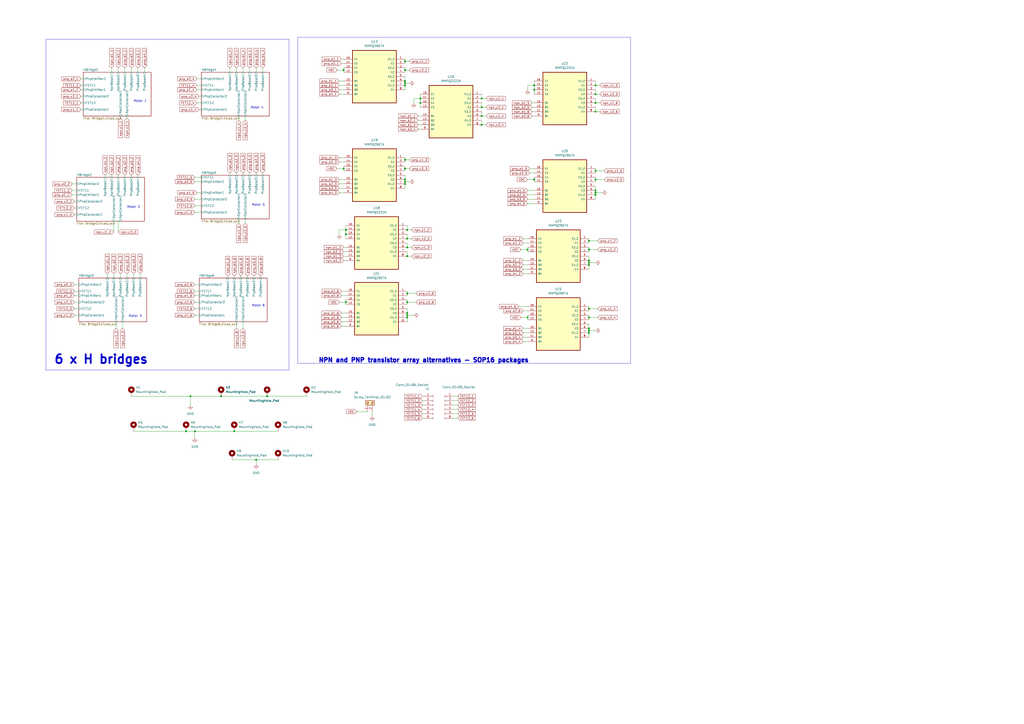
<source format=kicad_sch>
(kicad_sch (version 20250114) (generator "eeschema") (generator_version "9.0")
  (paper "A2")
  (rectangle (start 172.72 21.59) (end 365.76 210.82))
  (rectangle (start 26.67 22.86) (end 167.64 214.63))
  (text "Motor 5" (at 149.86 118.872 0) (effects (font (size 1.27 1.27))))
  (text "NPN and PNP transistor array alternatives - SOP16 packages" (at 184.658 209.042 0) (effects (font (size 2.54 2.54) (thickness 1.016) (bold yes)) (justify left)))
  (text "Motor 3" (at 78.486 183.388 0) (effects (font (size 1.27 1.27))))
  (text "Motor 1" (at 81.28 58.674 0) (effects (font (size 1.27 1.27))))
  (text "6 x H bridges" (at 58.674 208.534 0) (effects (font (size 5.08 5.08) (thickness 1.016) (bold yes))))
  (text "Motor 4" (at 149.098 62.484 0) (effects (font (size 1.27 1.27))))
  (text "Motor 2" (at 77.47 120.142 0) (effects (font (size 1.27 1.27))))
  (text "Motor 6" (at 149.86 177.292 0) (effects (font (size 1.27 1.27))))
  (junction (at 234.95 48.26))
  (junction (at 279.4 67.31))
  (junction (at 341.63 153.67))
  (junction (at 345.44 54.61))
  (junction (at 234.95 92.71))
  (junction (at 279.4 72.39))
  (junction (at 341.63 144.78))
  (junction (at 107.95 250.19))
  (junction (at 341.63 151.13))
  (junction (at 341.63 190.5))
  (junction (at 306.07 184.15))
  (junction (at 309.88 104.14))
  (junction (at 341.63 193.04))
  (junction (at 243.84 59.69))
  (junction (at 234.95 49.53))
  (junction (at 135.89 250.19))
  (junction (at 345.44 104.14))
  (junction (at 309.88 49.53))
  (junction (at 200.66 135.89))
  (junction (at 236.22 143.51))
  (junction (at 279.4 62.23))
  (junction (at 200.66 175.26))
  (junction (at 148.59 266.7))
  (junction (at 200.66 133.35))
  (junction (at 341.63 139.7))
  (junction (at 345.44 49.53))
  (junction (at 154.94 229.87))
  (junction (at 236.22 133.35))
  (junction (at 236.22 182.88))
  (junction (at 309.88 52.07))
  (junction (at 345.44 111.76))
  (junction (at 341.63 152.4))
  (junction (at 345.44 110.49))
  (junction (at 243.84 57.15))
  (junction (at 345.44 99.06))
  (junction (at 128.27 229.87))
  (junction (at 234.95 106.68))
  (junction (at 234.95 97.79))
  (junction (at 236.22 138.43))
  (junction (at 234.95 46.99))
  (junction (at 345.44 113.03))
  (junction (at 341.63 179.07))
  (junction (at 345.44 64.77))
  (junction (at 236.22 148.59))
  (junction (at 234.95 35.56))
  (junction (at 113.03 250.19))
  (junction (at 199.39 97.79))
  (junction (at 345.44 59.69))
  (junction (at 234.95 40.64))
  (junction (at 110.49 229.87))
  (junction (at 199.39 40.64))
  (junction (at 236.22 184.15))
  (junction (at 236.22 170.18))
  (junction (at 234.95 104.14))
  (junction (at 306.07 144.78))
  (junction (at 341.63 184.15))
  (junction (at 236.22 181.61))
  (junction (at 236.22 175.26))
  (junction (at 341.63 191.77))
  (junction (at 279.4 57.15))
  (junction (at 234.95 105.41))
  (wire (pts (xy 234.95 104.14) (xy 234.95 105.41)))
  (wire (pts (xy 113.03 119.38) (xy 116.84 119.38)))
  (wire (pts (xy 199.39 97.79) (xy 199.39 99.06)))
  (wire (pts (xy 279.4 59.69) (xy 279.4 62.23)))
  (wire (pts (xy 69.85 158.75) (xy 69.85 161.29)))
  (wire (pts (xy 67.31 186.69) (xy 67.31 190.5)))
  (wire (pts (xy 303.53 151.13) (xy 306.07 151.13)))
  (wire (pts (xy 113.03 250.19) (xy 135.89 250.19)))
  (wire (pts (xy 262.89 232.41) (xy 265.43 232.41)))
  (wire (pts (xy 73.66 158.75) (xy 73.66 161.29)))
  (wire (pts (xy 345.44 57.15) (xy 345.44 59.69)))
  (wire (pts (xy 236.22 135.89) (xy 236.22 138.43)))
  (wire (pts (xy 345.44 59.69) (xy 347.98 59.69)))
  (wire (pts (xy 303.53 180.34) (xy 306.07 180.34)))
  (wire (pts (xy 309.88 52.07) (xy 309.88 54.61)))
  (wire (pts (xy 68.58 101.6) (xy 68.58 102.87)))
  (wire (pts (xy 66.04 128.27) (xy 66.04 134.62)))
  (wire (pts (xy 43.18 165.1) (xy 45.72 165.1)))
  (wire (pts (xy 113.03 250.19) (xy 113.03 254)))
  (wire (pts (xy 341.63 184.15) (xy 341.63 185.42)))
  (wire (pts (xy 46.99 45.72) (xy 48.26 45.72)))
  (wire (pts (xy 234.95 105.41) (xy 237.49 105.41)))
  (wire (pts (xy 306.07 182.88) (xy 306.07 184.15)))
  (wire (pts (xy 234.95 46.99) (xy 234.95 48.26)))
  (wire (pts (xy 307.34 97.79) (xy 309.88 97.79)))
  (wire (pts (xy 341.63 152.4) (xy 345.44 152.4)))
  (wire (pts (xy 234.95 96.52) (xy 234.95 97.79)))
  (wire (pts (xy 345.44 49.53) (xy 347.98 49.53)))
  (wire (pts (xy 139.7 160.02) (xy 139.7 161.29)))
  (wire (pts (xy 43.18 168.91) (xy 45.72 168.91)))
  (wire (pts (xy 345.44 64.77) (xy 347.98 64.77)))
  (wire (pts (xy 143.51 160.02) (xy 143.51 161.29)))
  (wire (pts (xy 135.89 160.02) (xy 135.89 161.29)))
  (wire (pts (xy 243.84 59.69) (xy 243.84 62.23)))
  (wire (pts (xy 306.07 190.5) (xy 303.53 190.5)))
  (wire (pts (xy 234.95 101.6) (xy 234.95 104.14)))
  (wire (pts (xy 242.57 74.93) (xy 243.84 74.93)))
  (wire (pts (xy 236.22 170.18) (xy 236.22 171.45)))
  (wire (pts (xy 68.58 134.62) (xy 68.58 128.27)))
  (wire (pts (xy 133.35 39.37) (xy 133.35 41.91)))
  (wire (pts (xy 198.12 168.91) (xy 200.66 168.91)))
  (wire (pts (xy 199.39 104.14) (xy 196.85 104.14)))
  (wire (pts (xy 306.07 49.53) (xy 309.88 49.53)))
  (wire (pts (xy 345.44 111.76) (xy 345.44 113.03)))
  (wire (pts (xy 207.01 238.76) (xy 213.36 238.76)))
  (wire (pts (xy 245.11 229.87) (xy 246.38 229.87)))
  (wire (pts (xy 345.44 62.23) (xy 345.44 64.77)))
  (wire (pts (xy 199.39 106.68) (xy 196.85 106.68)))
  (wire (pts (xy 245.11 240.03) (xy 246.38 240.03)))
  (wire (pts (xy 262.89 237.49) (xy 265.43 237.49)))
  (wire (pts (xy 113.03 171.45) (xy 115.57 171.45)))
  (wire (pts (xy 234.95 97.79) (xy 237.49 97.79)))
  (wire (pts (xy 46.99 49.53) (xy 48.26 49.53)))
  (wire (pts (xy 60.96 101.6) (xy 60.96 102.87)))
  (wire (pts (xy 236.22 175.26) (xy 236.22 176.53)))
  (wire (pts (xy 234.95 48.26) (xy 237.49 48.26)))
  (wire (pts (xy 345.44 97.79) (xy 345.44 99.06)))
  (wire (pts (xy 303.53 138.43) (xy 306.07 138.43)))
  (wire (pts (xy 148.59 100.33) (xy 148.59 101.6)))
  (wire (pts (xy 236.22 143.51) (xy 238.76 143.51)))
  (wire (pts (xy 199.39 52.07) (xy 196.85 52.07)))
  (wire (pts (xy 345.44 107.95) (xy 345.44 110.49)))
  (wire (pts (xy 345.44 113.03) (xy 345.44 115.57)))
  (wire (pts (xy 198.12 171.45) (xy 200.66 171.45)))
  (wire (pts (xy 140.97 100.33) (xy 140.97 101.6)))
  (wire (pts (xy 306.07 198.12) (xy 303.53 198.12)))
  (wire (pts (xy 306.07 110.49) (xy 309.88 110.49)))
  (wire (pts (xy 234.95 39.37) (xy 234.95 40.64)))
  (wire (pts (xy 306.07 143.51) (xy 306.07 144.78)))
  (wire (pts (xy 262.89 229.87) (xy 265.43 229.87)))
  (wire (pts (xy 115.57 63.5) (xy 116.84 63.5)))
  (wire (pts (xy 234.95 48.26) (xy 234.95 49.53)))
  (wire (pts (xy 234.95 34.29) (xy 234.95 35.56)))
  (wire (pts (xy 302.26 144.78) (xy 306.07 144.78)))
  (wire (pts (xy 200.66 130.81) (xy 200.66 133.35)))
  (wire (pts (xy 309.88 102.87) (xy 309.88 104.14)))
  (wire (pts (xy 262.89 240.03) (xy 265.43 240.03)))
  (wire (pts (xy 308.61 62.23) (xy 309.88 62.23)))
  (wire (pts (xy 196.85 91.44) (xy 199.39 91.44)))
  (wire (pts (xy 308.61 67.31) (xy 309.88 67.31)))
  (wire (pts (xy 199.39 39.37) (xy 199.39 40.64)))
  (wire (pts (xy 341.63 148.59) (xy 341.63 151.13)))
  (wire (pts (xy 341.63 191.77) (xy 341.63 193.04)))
  (wire (pts (xy 242.57 67.31) (xy 243.84 67.31)))
  (wire (pts (xy 303.53 156.21) (xy 306.07 156.21)))
  (wire (pts (xy 341.63 153.67) (xy 341.63 156.21)))
  (wire (pts (xy 345.44 104.14) (xy 345.44 105.41)))
  (wire (pts (xy 137.16 100.33) (xy 137.16 101.6)))
  (wire (pts (xy 341.63 138.43) (xy 341.63 139.7)))
  (wire (pts (xy 308.61 64.77) (xy 309.88 64.77)))
  (wire (pts (xy 142.24 67.31) (xy 142.24 69.85)))
  (wire (pts (xy 132.08 160.02) (xy 132.08 161.29)))
  (wire (pts (xy 341.63 139.7) (xy 341.63 140.97)))
  (wire (pts (xy 137.16 39.37) (xy 137.16 41.91)))
  (wire (pts (xy 73.66 67.31) (xy 73.66 68.58)))
  (wire (pts (xy 113.03 175.26) (xy 115.57 175.26)))
  (wire (pts (xy 148.59 266.7) (xy 161.29 266.7)))
  (wire (pts (xy 128.27 229.87) (xy 154.94 229.87)))
  (wire (pts (xy 236.22 181.61) (xy 236.22 182.88)))
  (wire (pts (xy 81.28 158.75) (xy 81.28 161.29)))
  (wire (pts (xy 113.03 179.07) (xy 115.57 179.07)))
  (wire (pts (xy 306.07 115.57) (xy 309.88 115.57)))
  (wire (pts (xy 236.22 175.26) (xy 241.3 175.26)))
  (wire (pts (xy 199.39 143.51) (xy 200.66 143.51)))
  (wire (pts (xy 236.22 179.07) (xy 236.22 181.61)))
  (wire (pts (xy 83.82 39.37) (xy 83.82 41.91)))
  (wire (pts (xy 341.63 190.5) (xy 341.63 191.77)))
  (wire (pts (xy 77.47 250.19) (xy 107.95 250.19)))
  (wire (pts (xy 341.63 184.15) (xy 346.71 184.15)))
  (wire (pts (xy 43.18 120.65) (xy 44.45 120.65)))
  (wire (pts (xy 341.63 143.51) (xy 341.63 144.78)))
  (wire (pts (xy 303.53 153.67) (xy 306.07 153.67)))
  (wire (pts (xy 345.44 111.76) (xy 349.25 111.76)))
  (wire (pts (xy 152.4 100.33) (xy 152.4 101.6)))
  (wire (pts (xy 151.13 160.02) (xy 151.13 161.29)))
  (wire (pts (xy 199.39 146.05) (xy 200.66 146.05)))
  (wire (pts (xy 66.04 158.75) (xy 66.04 161.29)))
  (wire (pts (xy 240.03 59.69) (xy 240.03 57.15)))
  (wire (pts (xy 341.63 191.77) (xy 345.44 191.77)))
  (wire (pts (xy 64.77 39.37) (xy 64.77 41.91)))
  (wire (pts (xy 265.43 234.95) (xy 262.89 234.95)))
  (wire (pts (xy 245.11 237.49) (xy 246.38 237.49)))
  (wire (pts (xy 198.12 181.61) (xy 200.66 181.61)))
  (wire (pts (xy 137.16 186.69) (xy 137.16 190.5)))
  (wire (pts (xy 306.07 104.14) (xy 309.88 104.14)))
  (wire (pts (xy 115.57 55.88) (xy 116.84 55.88)))
  (wire (pts (xy 234.95 91.44) (xy 234.95 92.71)))
  (wire (pts (xy 309.88 46.99) (xy 309.88 49.53)))
  (wire (pts (xy 236.22 168.91) (xy 236.22 170.18)))
  (wire (pts (xy 306.07 193.04) (xy 303.53 193.04)))
  (wire (pts (xy 345.44 46.99) (xy 345.44 49.53)))
  (wire (pts (xy 243.84 57.15) (xy 243.84 59.69)))
  (wire (pts (xy 199.39 109.22) (xy 196.85 109.22)))
  (wire (pts (xy 341.63 151.13) (xy 341.63 152.4)))
  (wire (pts (xy 76.2 39.37) (xy 76.2 41.91)))
  (wire (pts (xy 71.12 186.69) (xy 71.12 190.5)))
  (wire (pts (xy 309.88 104.14) (xy 309.88 105.41)))
  (wire (pts (xy 279.4 67.31) (xy 281.94 67.31)))
  (wire (pts (xy 306.07 52.07) (xy 306.07 49.53)))
  (wire (pts (xy 41.91 110.49) (xy 44.45 110.49)))
  (wire (pts (xy 148.59 266.7) (xy 148.59 269.24)))
  (wire (pts (xy 198.12 34.29) (xy 199.39 34.29)))
  (wire (pts (xy 345.44 99.06) (xy 345.44 100.33)))
  (wire (pts (xy 200.66 175.26) (xy 200.66 176.53)))
  (wire (pts (xy 140.97 190.5) (xy 140.97 186.69)))
  (wire (pts (xy 77.47 158.75) (xy 77.47 161.29)))
  (wire (pts (xy 236.22 184.15) (xy 236.22 186.69)))
  (wire (pts (xy 144.78 100.33) (xy 144.78 101.6)))
  (wire (pts (xy 113.03 115.57) (xy 116.84 115.57)))
  (wire (pts (xy 138.43 127) (xy 138.43 129.54)))
  (wire (pts (xy 76.2 229.87) (xy 110.49 229.87)))
  (wire (pts (xy 43.18 175.26) (xy 45.72 175.26)))
  (wire (pts (xy 80.01 39.37) (xy 80.01 41.91)))
  (wire (pts (xy 199.39 49.53) (xy 196.85 49.53)))
  (wire (pts (xy 196.85 93.98) (xy 199.39 93.98)))
  (wire (pts (xy 199.39 151.13) (xy 200.66 151.13)))
  (wire (pts (xy 196.85 135.89) (xy 196.85 133.35)))
  (wire (pts (xy 69.85 67.31) (xy 69.85 68.58)))
  (wire (pts (xy 113.03 123.19) (xy 116.84 123.19)))
  (wire (pts (xy 306.07 144.78) (xy 306.07 146.05)))
  (wire (pts (xy 279.4 57.15) (xy 281.94 57.15)))
  (wire (pts (xy 303.53 140.97) (xy 306.07 140.97)))
  (wire (pts (xy 279.4 62.23) (xy 281.94 62.23)))
  (wire (pts (xy 154.94 229.87) (xy 177.8 229.87)))
  (wire (pts (xy 234.95 105.41) (xy 234.95 106.68)))
  (wire (pts (xy 245.11 234.95) (xy 246.38 234.95)))
  (wire (pts (xy 43.18 124.46) (xy 44.45 124.46)))
  (wire (pts (xy 236.22 173.99) (xy 236.22 175.26)))
  (wire (pts (xy 279.4 72.39) (xy 281.94 72.39)))
  (wire (pts (xy 135.89 250.19) (xy 161.29 250.19)))
  (wire (pts (xy 234.95 40.64) (xy 237.49 40.64)))
  (wire (pts (xy 196.85 175.26) (xy 200.66 175.26)))
  (wire (pts (xy 64.77 101.6) (xy 64.77 102.87)))
  (wire (pts (xy 279.4 69.85) (xy 279.4 72.39)))
  (wire (pts (xy 234.95 97.79) (xy 234.95 99.06)))
  (wire (pts (xy 196.85 133.35) (xy 200.66 133.35)))
  (wire (pts (xy 142.24 127) (xy 142.24 129.54)))
  (wire (pts (xy 234.95 106.68) (xy 234.95 109.22)))
  (wire (pts (xy 236.22 138.43) (xy 238.76 138.43)))
  (wire (pts (xy 236.22 182.88) (xy 240.03 182.88)))
  (wire (pts (xy 309.88 49.53) (xy 309.88 52.07)))
  (wire (pts (xy 303.53 158.75) (xy 306.07 158.75)))
  (wire (pts (xy 341.63 179.07) (xy 346.71 179.07)))
  (wire (pts (xy 234.95 40.64) (xy 234.95 41.91)))
  (wire (pts (xy 114.3 59.69) (xy 116.84 59.69)))
  (wire (pts (xy 234.95 44.45) (xy 234.95 46.99)))
  (wire (pts (xy 234.95 49.53) (xy 234.95 52.07)))
  (wire (pts (xy 243.84 54.61) (xy 243.84 57.15)))
  (wire (pts (xy 236.22 182.88) (xy 236.22 184.15)))
  (wire (pts (xy 195.58 40.64) (xy 199.39 40.64)))
  (wire (pts (xy 46.99 59.69) (xy 48.26 59.69)))
  (wire (pts (xy 148.59 39.37) (xy 148.59 41.91)))
  (wire (pts (xy 43.18 179.07) (xy 45.72 179.07)))
  (wire (pts (xy 107.95 250.19) (xy 113.03 250.19)))
  (wire (pts (xy 215.9 241.3) (xy 215.9 238.76)))
  (wire (pts (xy 308.61 59.69) (xy 309.88 59.69)))
  (wire (pts (xy 198.12 36.83) (xy 199.39 36.83)))
  (wire (pts (xy 345.44 99.06) (xy 350.52 99.06)))
  (wire (pts (xy 199.39 148.59) (xy 200.66 148.59)))
  (wire (pts (xy 236.22 133.35) (xy 238.76 133.35)))
  (wire (pts (xy 114.3 111.76) (xy 116.84 111.76)))
  (wire (pts (xy 306.07 184.15) (xy 306.07 185.42)))
  (wire (pts (xy 198.12 186.69) (xy 200.66 186.69)))
  (wire (pts (xy 68.58 128.27) (xy 69.85 128.27)))
  (wire (pts (xy 114.3 52.07) (xy 116.84 52.07)))
  (wire (pts (xy 240.03 57.15) (xy 243.84 57.15)))
  (wire (pts (xy 306.07 113.03) (xy 309.88 113.03)))
  (wire (pts (xy 198.12 189.23) (xy 200.66 189.23)))
  (wire (pts (xy 236.22 140.97) (xy 236.22 143.51)))
  (wire (pts (xy 341.63 139.7) (xy 346.71 139.7)))
  (wire (pts (xy 236.22 170.18) (xy 241.3 170.18)))
  (wire (pts (xy 341.63 182.88) (xy 341.63 184.15)))
  (wire (pts (xy 113.03 105.41) (xy 116.84 105.41)))
  (wire (pts (xy 138.43 67.31) (xy 138.43 69.85)))
  (wire (pts (xy 144.78 39.37) (xy 144.78 41.91)))
  (wire (pts (xy 279.4 54.61) (xy 279.4 57.15)))
  (wire (pts (xy 345.44 110.49) (xy 345.44 111.76)))
  (wire (pts (xy 199.39 40.64) (xy 199.39 41.91)))
  (wire (pts (xy 341.63 193.04) (xy 341.63 195.58)))
  (wire (pts (xy 262.89 242.57) (xy 265.43 242.57)))
  (wire (pts (xy 345.44 52.07) (xy 345.44 54.61)))
  (wire (pts (xy 199.39 54.61) (xy 196.85 54.61)))
  (wire (pts (xy 43.18 182.88) (xy 45.72 182.88)))
  (wire (pts (xy 134.62 266.7) (xy 148.59 266.7)))
  (wire (pts (xy 198.12 184.15) (xy 200.66 184.15)))
  (wire (pts (xy 341.63 144.78) (xy 341.63 146.05)))
  (wire (pts (xy 68.58 39.37) (xy 68.58 41.91)))
  (wire (pts (xy 114.3 45.72) (xy 116.84 45.72)))
  (wire (pts (xy 113.03 102.87) (xy 116.84 102.87)))
  (wire (pts (xy 199.39 46.99) (xy 196.85 46.99)))
  (wire (pts (xy 345.44 54.61) (xy 347.98 54.61)))
  (wire (pts (xy 72.39 39.37) (xy 72.39 41.91)))
  (wire (pts (xy 234.95 35.56) (xy 237.49 35.56)))
  (wire (pts (xy 110.49 229.87) (xy 110.49 234.95)))
  (wire (pts (xy 341.63 177.8) (xy 341.63 179.07)))
  (wire (pts (xy 279.4 64.77) (xy 279.4 67.31)))
  (wire (pts (xy 46.99 63.5) (xy 48.26 63.5)))
  (wire (pts (xy 113.03 165.1) (xy 115.57 165.1)))
  (wire (pts (xy 195.58 97.79) (xy 199.39 97.79)))
  (wire (pts (xy 200.66 173.99) (xy 200.66 175.26)))
  (wire (pts (xy 242.57 72.39) (xy 243.84 72.39)))
  (wire (pts (xy 341.63 152.4) (xy 341.63 153.67)))
  (wire (pts (xy 307.34 100.33) (xy 309.88 100.33)))
  (wire (pts (xy 245.11 232.41) (xy 246.38 232.41)))
  (wire (pts (xy 43.18 116.84) (xy 44.45 116.84)))
  (wire (pts (xy 46.99 52.07) (xy 48.26 52.07)))
  (wire (pts (xy 341.63 179.07) (xy 341.63 180.34)))
  (wire (pts (xy 302.26 184.15) (xy 306.07 184.15)))
  (wire (pts (xy 152.4 39.37) (xy 152.4 41.91)))
  (wire (pts (xy 345.44 104.14) (xy 350.52 104.14)))
  (wire (pts (xy 245.11 242.57) (xy 246.38 242.57)))
  (wire (pts (xy 234.95 92.71) (xy 234.95 93.98)))
  (wire (pts (xy 62.23 158.75) (xy 62.23 161.29)))
  (wire (pts (xy 234.95 92.71) (xy 237.49 92.71)))
  (wire (pts (xy 72.39 101.6) (xy 72.39 102.87)))
  (wire (pts (xy 133.35 100.33) (xy 133.35 101.6)))
  (wire (pts (xy 76.2 101.6) (xy 76.2 102.87)))
  (wire (pts (xy 300.99 177.8) (xy 306.07 177.8)))
  (wire (pts (xy 341.63 187.96) (xy 341.63 190.5)))
  (wire (pts (xy 41.91 113.03) (xy 44.45 113.03)))
  (wire (pts (xy 345.44 102.87) (xy 345.44 104.14)))
  (wire (pts (xy 43.18 171.45) (xy 45.72 171.45)))
  (wire (pts (xy 306.07 118.11) (xy 309.88 118.11)))
  (wire (pts (xy 114.3 49.53) (xy 116.84 49.53)))
  (wire (pts (xy 113.03 182.88) (xy 115.57 182.88)))
  (wire (pts (xy 200.66 133.35) (xy 200.66 135.89)))
  (wire (pts (xy 236.22 148.59) (xy 238.76 148.59)))
  (wire (pts (xy 242.57 69.85) (xy 243.84 69.85)))
  (wire (pts (xy 199.39 111.76) (xy 196.85 111.76)))
  (wire (pts (xy 234.95 35.56) (xy 234.95 36.83)))
  (wire (pts (xy 113.03 168.91) (xy 115.57 168.91)))
  (wire (pts (xy 41.91 106.68) (xy 44.45 106.68)))
  (wire (pts (xy 46.99 55.88) (xy 48.26 55.88)))
  (wire (pts (xy 199.39 96.52) (xy 199.39 97.79)))
  (wire (pts (xy 341.63 144.78) (xy 346.71 144.78)))
  (wire (pts (xy 236.22 146.05) (xy 236.22 148.59)))
  (wire (pts (xy 236.22 130.81) (xy 236.22 133.35)))
  (wire (pts (xy 200.66 135.89) (xy 200.66 138.43)))
  (wire (pts (xy 110.49 229.87) (xy 128.27 229.87)))
  (wire (pts (xy 80.01 101.6) (xy 80.01 102.87)))
  (wire (pts (xy 140.97 39.37) (xy 140.97 41.91)))
  (wire (pts (xy 306.07 195.58) (xy 303.53 195.58)))
  (wire (pts (xy 147.32 160.02) (xy 147.32 161.29)))
  (global_label "pnp_b3_4" (shape input) (at 148.59 39.37 90) (property "Intersheetrefs" "${INTERSHEET_REFS}" (effects (hide yes))))
  (global_label "FET11_2" (shape input) (at 245.11 232.41 180) (property "Intersheetrefs" "${INTERSHEET_REFS}" (effects (hide yes))))
  (global_label "npn_c2_1" (shape input) (at 73.66 68.58 270) (property "Intersheetrefs" "${INTERSHEET_REFS}" (effects (hide yes))))
  (global_label "npn_c2_3" (shape input) (at 238.76 148.59 0) (property "Intersheetrefs" "${INTERSHEET_REFS}" (effects (hide yes))))
  (global_label "pnp_e2_4" (shape input) (at 114.3 45.72 180) (property "Intersheetrefs" "${INTERSHEET_REFS}" (effects (hide yes))))
  (global_label "npn_b1_3" (shape input) (at 62.23 158.75 90) (property "Intersheetrefs" "${INTERSHEET_REFS}" (effects (hide yes))))
  (global_label "pnp_e1_1" (shape input) (at 198.12 34.29 180) (property "Intersheetrefs" "${INTERSHEET_REFS}" (effects (hide yes))))
  (global_label "pnp_b1_4" (shape input) (at 140.97 39.37 90) (property "Intersheetrefs" "${INTERSHEET_REFS}" (effects (hide yes))))
  (global_label "FET11_3" (shape input) (at 43.18 168.91 180) (property "Intersheetrefs" "${INTERSHEET_REFS}" (effects (hide yes))))
  (global_label "FET12_4" (shape input) (at 114.3 59.69 180) (property "Intersheetrefs" "${INTERSHEET_REFS}" (effects (hide yes))))
  (global_label "FET11_2" (shape input) (at 41.91 110.49 180) (property "Intersheetrefs" "${INTERSHEET_REFS}" (effects (hide yes))))
  (global_label "npn_b1_1" (shape input) (at 64.77 39.37 90) (property "Intersheetrefs" "${INTERSHEET_REFS}" (effects (hide yes))))
  (global_label "pnp_b4_2" (shape input) (at 303.53 158.75 180) (property "Intersheetrefs" "${INTERSHEET_REFS}" (effects (hide yes))))
  (global_label "pnp_e2_1" (shape input) (at 198.12 36.83 180) (property "Intersheetrefs" "${INTERSHEET_REFS}" (effects (hide yes))))
  (global_label "pnp_b3_3" (shape input) (at 77.47 158.75 90) (property "Intersheetrefs" "${INTERSHEET_REFS}" (effects (hide yes))))
  (global_label "FET12_1" (shape input) (at 46.99 59.69 180) (property "Intersheetrefs" "${INTERSHEET_REFS}" (effects (hide yes))))
  (global_label "npn_c1_4" (shape input) (at 281.94 67.31 0) (property "Intersheetrefs" "${INTERSHEET_REFS}" (effects (hide yes))))
  (global_label "pnp_b4_4" (shape input) (at 152.4 39.37 90) (property "Intersheetrefs" "${INTERSHEET_REFS}" (effects (hide yes))))
  (global_label "npn_b2_6" (shape input) (at 308.61 67.31 180) (property "Intersheetrefs" "${INTERSHEET_REFS}" (effects (hide yes))))
  (global_label "pnp_e1_1" (shape input) (at 46.99 52.07 180) (property "Intersheetrefs" "${INTERSHEET_REFS}" (effects (hide yes))))
  (global_label "VDC" (shape input) (at 302.26 184.15 180) (property "Intersheetrefs" "${INTERSHEET_REFS}" (effects (hide yes))))
  (global_label "pnp_e1_6" (shape input) (at 198.12 168.91 180) (property "Intersheetrefs" "${INTERSHEET_REFS}" (effects (hide yes))))
  (global_label "pnp_b4_6" (shape input) (at 151.13 160.02 90) (property "Intersheetrefs" "${INTERSHEET_REFS}" (effects (hide yes))))
  (global_label "pnp_c1_5" (shape input) (at 350.52 99.06 0) (property "Intersheetrefs" "${INTERSHEET_REFS}" (effects (hide yes))))
  (global_label "pnp_c1_1" (shape input) (at 237.49 35.56 0) (property "Intersheetrefs" "${INTERSHEET_REFS}" (effects (hide yes))))
  (global_label "pnp_b1_5" (shape input) (at 152.4 100.33 90) (property "Intersheetrefs" "${INTERSHEET_REFS}" (effects (hide yes))))
  (global_label "npn_c2_4" (shape input) (at 142.24 69.85 270) (property "Intersheetrefs" "${INTERSHEET_REFS}" (effects (hide yes))))
  (global_label "FET11_1" (shape input) (at 245.11 229.87 180) (property "Intersheetrefs" "${INTERSHEET_REFS}" (effects (hide yes))))
  (global_label "FET12_2" (shape input) (at 265.43 232.41 0) (property "Intersheetrefs" "${INTERSHEET_REFS}" (effects (hide yes))))
  (global_label "pnp_c2_4" (shape input) (at 115.57 55.88 180) (property "Intersheetrefs" "${INTERSHEET_REFS}" (effects (hide yes))))
  (global_label "npn_b1_4" (shape input) (at 133.35 39.37 90) (property "Intersheetrefs" "${INTERSHEET_REFS}" (effects (hide yes))))
  (global_label "pnp_c1_1" (shape input) (at 46.99 63.5 180) (property "Intersheetrefs" "${INTERSHEET_REFS}" (effects (hide yes))))
  (global_label "npn_b1_5" (shape input) (at 133.35 100.33 90) (property "Intersheetrefs" "${INTERSHEET_REFS}" (effects (hide yes))))
  (global_label "npn_b1_5" (shape input) (at 308.61 59.69 180) (property "Intersheetrefs" "${INTERSHEET_REFS}" (effects (hide yes))))
  (global_label "pnp_b3_6" (shape input) (at 147.32 160.02 90) (property "Intersheetrefs" "${INTERSHEET_REFS}" (effects (hide yes))))
  (global_label "pnp_c1_2" (shape input) (at 346.71 139.7 0) (property "Intersheetrefs" "${INTERSHEET_REFS}" (effects (hide yes))))
  (global_label "FET12_6" (shape input) (at 265.43 242.57 0) (property "Intersheetrefs" "${INTERSHEET_REFS}" (effects (hide yes))))
  (global_label "pnp_e1_2" (shape input) (at 41.91 113.03 180) (property "Intersheetrefs" "${INTERSHEET_REFS}" (effects (hide yes))))
  (global_label "pnp_e1_2" (shape input) (at 303.53 138.43 180) (property "Intersheetrefs" "${INTERSHEET_REFS}" (effects (hide yes))))
  (global_label "pnp_b1_4" (shape input) (at 303.53 190.5 180) (property "Intersheetrefs" "${INTERSHEET_REFS}" (effects (hide yes))))
  (global_label "pnp_c1_5" (shape input) (at 113.03 123.19 180) (property "Intersheetrefs" "${INTERSHEET_REFS}" (effects (hide yes))))
  (global_label "pnp_c2_2" (shape input) (at 346.71 144.78 0) (property "Intersheetrefs" "${INTERSHEET_REFS}" (effects (hide yes))))
  (global_label "pnp_e1_5" (shape input) (at 114.3 111.76 180) (property "Intersheetrefs" "${INTERSHEET_REFS}" (effects (hide yes))))
  (global_label "VDC" (shape input) (at 207.01 238.76 180) (property "Intersheetrefs" "${INTERSHEET_REFS}" (effects (hide yes))))
  (global_label "pnp_b3_6" (shape input) (at 198.12 186.69 180) (property "Intersheetrefs" "${INTERSHEET_REFS}" (effects (hide yes))))
  (global_label "pnp_b2_4" (shape input) (at 303.53 193.04 180) (property "Intersheetrefs" "${INTERSHEET_REFS}" (effects (hide yes))))
  (global_label "npn_c2_5" (shape input) (at 142.24 129.54 270) (property "Intersheetrefs" "${INTERSHEET_REFS}" (effects (hide yes))))
  (global_label "pnp_e2_5" (shape input) (at 113.03 105.41 180) (property "Intersheetrefs" "${INTERSHEET_REFS}" (effects (hide yes))))
  (global_label "npn_c2_1" (shape input) (at 281.94 62.23 0) (property "Intersheetrefs" "${INTERSHEET_REFS}" (effects (hide yes))))
  (global_label "pnp_c2_2" (shape input) (at 43.18 116.84 180) (property "Intersheetrefs" "${INTERSHEET_REFS}" (effects (hide yes))))
  (global_label "pnp_b4_3" (shape input) (at 81.28 158.75 90) (property "Intersheetrefs" "${INTERSHEET_REFS}" (effects (hide yes))))
  (global_label "pnp_e2_5" (shape input) (at 307.34 100.33 180) (property "Intersheetrefs" "${INTERSHEET_REFS}" (effects (hide yes))))
  (global_label "pnp_e1_6" (shape input) (at 113.03 171.45 180) (property "Intersheetrefs" "${INTERSHEET_REFS}" (effects (hide yes))))
  (global_label "pnp_b3_1" (shape input) (at 80.01 39.37 90) (property "Intersheetrefs" "${INTERSHEET_REFS}" (effects (hide yes))))
  (global_label "pnp_b1_1" (shape input) (at 196.85 46.99 180) (property "Intersheetrefs" "${INTERSHEET_REFS}" (effects (hide yes))))
  (global_label "pnp_c2_5" (shape input) (at 113.03 115.57 180) (property "Intersheetrefs" "${INTERSHEET_REFS}" (effects (hide yes))))
  (global_label "FET12_1" (shape input) (at 265.43 229.87 0) (property "Intersheetrefs" "${INTERSHEET_REFS}" (effects (hide yes))))
  (global_label "pnp_e2_2" (shape input) (at 41.91 106.68 180) (property "Intersheetrefs" "${INTERSHEET_REFS}" (effects (hide yes))))
  (global_label "npn_b1_2" (shape input) (at 199.39 143.51 180) (property "Intersheetrefs" "${INTERSHEET_REFS}" (effects (hide yes))))
  (global_label "FET11_3" (shape input) (at 245.11 234.95 180) (property "Intersheetrefs" "${INTERSHEET_REFS}" (effects (hide yes))))
  (global_label "pnp_b4_1" (shape input) (at 83.82 39.37 90) (property "Intersheetrefs" "${INTERSHEET_REFS}" (effects (hide yes))))
  (global_label "VDC" (shape input) (at 195.58 97.79 180) (property "Intersheetrefs" "${INTERSHEET_REFS}" (effects (hide yes))))
  (global_label "pnp_b3_1" (shape input) (at 196.85 52.07 180) (property "Intersheetrefs" "${INTERSHEET_REFS}" (effects (hide yes))))
  (global_label "pnp_b4_3" (shape input) (at 196.85 111.76 180) (property "Intersheetrefs" "${INTERSHEET_REFS}" (effects (hide yes))))
  (global_label "FET11_5" (shape input) (at 245.11 240.03 180) (property "Intersheetrefs" "${INTERSHEET_REFS}" (effects (hide yes))))
  (global_label "pnp_b3_3" (shape input) (at 196.85 109.22 180) (property "Intersheetrefs" "${INTERSHEET_REFS}" (effects (hide yes))))
  (global_label "pnp_e1_4" (shape input) (at 114.3 52.07 180) (property "Intersheetrefs" "${INTERSHEET_REFS}" (effects (hide yes))))
  (global_label "npn_b2_5" (shape input) (at 308.61 62.23 180) (property "Intersheetrefs" "${INTERSHEET_REFS}" (effects (hide yes))))
  (global_label "npn_c1_6" (shape input) (at 137.16 190.5 270) (property "Intersheetrefs" "${INTERSHEET_REFS}" (effects (hide yes))))
  (global_label "pnp_b4_4" (shape input) (at 303.53 198.12 180) (property "Intersheetrefs" "${INTERSHEET_REFS}" (effects (hide yes))))
  (global_label "FET12_5" (shape input) (at 113.03 119.38 180) (property "Intersheetrefs" "${INTERSHEET_REFS}" (effects (hide yes))))
  (global_label "npn_b2_2" (shape input) (at 64.77 101.6 90) (property "Intersheetrefs" "${INTERSHEET_REFS}" (effects (hide yes))))
  (global_label "FET11_4" (shape input) (at 245.11 237.49 180) (property "Intersheetrefs" "${INTERSHEET_REFS}" (effects (hide yes))))
  (global_label "npn_c1_6" (shape input) (at 347.98 59.69 0) (property "Intersheetrefs" "${INTERSHEET_REFS}" (effects (hide yes))))
  (global_label "pnp_c2_3" (shape input) (at 237.49 97.79 0) (property "Intersheetrefs" "${INTERSHEET_REFS}" (effects (hide yes))))
  (global_label "pnp_c2_1" (shape input) (at 237.49 40.64 0) (property "Intersheetrefs" "${INTERSHEET_REFS}" (effects (hide yes))))
  (global_label "pnp_c2_1" (shape input) (at 46.99 55.88 180) (property "Intersheetrefs" "${INTERSHEET_REFS}" (effects (hide yes))))
  (global_label "npn_c1_3" (shape input) (at 67.31 190.5 270) (property "Intersheetrefs" "${INTERSHEET_REFS}" (effects (hide yes))))
  (global_label "pnp_b1_3" (shape input) (at 69.85 158.75 90) (property "Intersheetrefs" "${INTERSHEET_REFS}" (effects (hide yes))))
  (global_label "pnp_b4_5" (shape input) (at 306.07 118.11 180) (property "Intersheetrefs" "${INTERSHEET_REFS}" (effects (hide yes))))
  (global_label "pnp_b3_5" (shape input) (at 144.78 100.33 90) (property "Intersheetrefs" "${INTERSHEET_REFS}" (effects (hide yes))))
  (global_label "npn_b1_1" (shape input) (at 242.57 67.31 180) (property "Intersheetrefs" "${INTERSHEET_REFS}" (effects (hide yes))))
  (global_label "FET12_3" (shape input) (at 265.43 234.95 0) (property "Intersheetrefs" "${INTERSHEET_REFS}" (effects (hide yes))))
  (global_label "pnp_e2_6" (shape input) (at 113.03 165.1 180) (property "Intersheetrefs" "${INTERSHEET_REFS}" (effects (hide yes))))
  (global_label "npn_c2_2" (shape input) (at 238.76 138.43 0) (property "Intersheetrefs" "${INTERSHEET_REFS}" (effects (hide yes))))
  (global_label "VDC" (shape input) (at 196.85 175.26 180) (property "Intersheetrefs" "${INTERSHEET_REFS}" (effects (hide yes))))
  (global_label "pnp_b2_6" (shape input) (at 143.51 160.02 90) (property "Intersheetrefs" "${INTERSHEET_REFS}" (effects (hide yes))))
  (global_label "pnp_b3_5" (shape input) (at 306.07 115.57 180) (property "Intersheetrefs" "${INTERSHEET_REFS}" (effects (hide yes))))
  (global_label "FET12_5" (shape input) (at 265.43 240.03 0) (property "Intersheetrefs" "${INTERSHEET_REFS}" (effects (hide yes))))
  (global_label "pnp_b1_3" (shape input) (at 196.85 104.14 180) (property "Intersheetrefs" "${INTERSHEET_REFS}" (effects (hide yes))))
  (global_label "pnp_c1_4" (shape input) (at 346.71 179.07 0) (property "Intersheetrefs" "${INTERSHEET_REFS}" (effects (hide yes))))
  (global_label "pnp_c2_6" (shape input) (at 241.3 175.26 0) (property "Intersheetrefs" "${INTERSHEET_REFS}" (effects (hide yes))))
  (global_label "npn_c1_1" (shape input) (at 281.94 57.15 0) (property "Intersheetrefs" "${INTERSHEET_REFS}" (effects (hide yes))))
  (global_label "pnp_e1_5" (shape input) (at 307.34 97.79 180) (property "Intersheetrefs" "${INTERSHEET_REFS}" (effects (hide yes))))
  (global_label "pnp_b1_6" (shape input) (at 198.12 181.61 180) (property "Intersheetrefs" "${INTERSHEET_REFS}" (effects (hide yes))))
  (global_label "pnp_b4_1" (shape input) (at 196.85 54.61 180) (property "Intersheetrefs" "${INTERSHEET_REFS}" (effects (hide yes))))
  (global_label "pnp_e2_3" (shape input) (at 196.85 93.98 180) (property "Intersheetrefs" "${INTERSHEET_REFS}" (effects (hide yes))))
  (global_label "pnp_c1_3" (shape input) (at 43.18 182.88 180) (property "Intersheetrefs" "${INTERSHEET_REFS}" (effects (hide yes))))
  (global_label "npn_c2_6" (shape input) (at 140.97 190.5 270) (property "Intersheetrefs" "${INTERSHEET_REFS}" (effects (hide yes))))
  (global_label "pnp_c1_6" (shape input) (at 113.03 182.88 180) (property "Intersheetrefs" "${INTERSHEET_REFS}" (effects (hide yes))))
  (global_label "pnp_e1_3" (shape input) (at 196.85 91.44 180) (property "Intersheetrefs" "${INTERSHEET_REFS}" (effects (hide yes))))
  (global_label "npn_b2_3" (shape input) (at 199.39 151.13 180) (property "Intersheetrefs" "${INTERSHEET_REFS}" (effects (hide yes))))
  (global_label "npn_c1_2" (shape input) (at 66.04 134.62 180) (property "Intersheetrefs" "${INTERSHEET_REFS}" (effects (hide yes))))
  (global_label "npn_c1_2" (shape input) (at 238.76 133.35 0) (property "Intersheetrefs" "${INTERSHEET_REFS}" (effects (hide yes))))
  (global_label "pnp_c1_3" (shape input) (at 237.49 92.71 0) (property "Intersheetrefs" "${INTERSHEET_REFS}" (effects (hide yes))))
  (global_label "pnp_b3_2" (shape input) (at 303.53 156.21 180) (property "Intersheetrefs" "${INTERSHEET_REFS}" (effects (hide yes))))
  (global_label "pnp_c2_5" (shape input) (at 350.52 104.14 0) (property "Intersheetrefs" "${INTERSHEET_REFS}" (effects (hide yes))))
  (global_label "pnp_b2_1" (shape input) (at 196.85 49.53 180) (property "Intersheetrefs" "${INTERSHEET_REFS}" (effects (hide yes))))
  (global_label "pnp_e2_1" (shape input) (at 46.99 45.72 180) (property "Intersheetrefs" "${INTERSHEET_REFS}" (effects (hide yes))))
  (global_label "pnp_b1_1" (shape input) (at 72.39 39.37 90) (property "Intersheetrefs" "${INTERSHEET_REFS}" (effects (hide yes))))
  (global_label "VDC" (shape input) (at 195.58 40.64 180) (property "Intersheetrefs" "${INTERSHEET_REFS}" (effects (hide yes))))
  (global_label "pnp_b2_2" (shape input) (at 303.53 153.67 180) (property "Intersheetrefs" "${INTERSHEET_REFS}" (effects (hide yes))))
  (global_label "pnp_b4_6" (shape input) (at 198.12 189.23 180) (property "Intersheetrefs" "${INTERSHEET_REFS}" (effects (hide yes))))
  (global_label "pnp_b1_2" (shape input) (at 303.53 151.13 180) (property "Intersheetrefs" "${INTERSHEET_REFS}" (effects (hide yes))))
  (global_label "npn_b2_4" (shape input) (at 242.57 74.93 180) (property "Intersheetrefs" "${INTERSHEET_REFS}" (effects (hide yes))))
  (global_label "FET11_6" (shape input) (at 113.03 168.91 180) (property "Intersheetrefs" "${INTERSHEET_REFS}" (effects (hide yes))))
  (global_label "npn_b2_5" (shape input) (at 137.16 100.33 90) (property "Intersheetrefs" "${INTERSHEET_REFS}" (effects (hide yes))))
  (global_label "FET12_2" (shape input) (at 43.18 120.65 180) (property "Intersheetrefs" "${INTERSHEET_REFS}" (effects (hide yes))))
  (global_label "pnp_b2_1" (shape input) (at 76.2 39.37 90) (property "Intersheetrefs" "${INTERSHEET_REFS}" (effects (hide yes))))
  (global_label "npn_b2_1" (shape input) (at 68.58 39.37 90) (property "Intersheetrefs" "${INTERSHEET_REFS}" (effects (hide yes))))
  (global_label "pnp_c2_6" (shape input) (at 113.03 175.26 180) (property "Intersheetrefs" "${INTERSHEET_REFS}" (effects (hide yes))))
  (global_label "npn_c2_3" (shape input) (at 71.12 190.5 270) (property "Intersheetrefs" "${INTERSHEET_REFS}" (effects (hide yes))))
  (global_label "pnp_b4_2" (shape input) (at 80.01 101.6 90) (property "Intersheetrefs" "${INTERSHEET_REFS}" (effects (hide yes))))
  (global_label "pnp_b4_5" (shape input) (at 140.97 100.33 90) (property "Intersheetrefs" "${INTERSHEET_REFS}" (effects (hide yes))))
  (global_label "pnp_b2_5" (shape input) (at 306.07 113.03 180) (property "Intersheetrefs" "${INTERSHEET_REFS}" (effects (hide yes))))
  (global_label "VDC" (shape input) (at 306.07 104.14 180) (property "Intersheetrefs" "${INTERSHEET_REFS}" (effects (hide yes))))
  (global_label "pnp_c2_4" (shape input) (at 346.71 184.15 0) (property "Intersheetrefs" "${INTERSHEET_REFS}" (effects (hide yes))))
  (global_label "VDC" (shape input) (at 302.26 144.78 180) (property "Intersheetrefs" "${INTERSHEET_REFS}" (effects (hide yes))))
  (global_label "pnp_c1_6" (shape input) (at 241.3 170.18 0) (property "Intersheetrefs" "${INTERSHEET_REFS}" (effects (hide yes))))
  (global_label "npn_c1_3" (shape input) (at 238.76 143.51 0) (property "Intersheetrefs" "${INTERSHEET_REFS}" (effects (hide yes))))
  (global_label "FET11_1" (shape input) (at 46.99 49.53 180) (property "Intersheetrefs" "${INTERSHEET_REFS}" (effects (hide yes))))
  (global_label "npn_b2_4" (shape input) (at 137.16 39.37 90) (property "Intersheetrefs" "${INTERSHEET_REFS}" (effects (hide yes))))
  (global_label "pnp_c2_3" (shape input) (at 43.18 175.26 180) (property "Intersheetrefs" "${INTERSHEET_REFS}" (effects (hide yes))))
  (global_label "npn_b2_3" (shape input) (at 66.04 158.75 90) (property "Intersheetrefs" "${INTERSHEET_REFS}" (effects (hide yes))))
  (global_label "npn_c2_4" (shape input) (at 281.94 72.39 0) (property "Intersheetrefs" "${INTERSHEET_REFS}" (effects (hide yes))))
  (global_label "pnp_e2_2" (shape input) (at 303.53 140.97 180) (property "Intersheetrefs" "${INTERSHEET_REFS}" (effects (hide yes))))
  (global_label "npn_b1_2" (shape input) (at 60.96 101.6 90) (property "Intersheetrefs" "${INTERSHEET_REFS}" (effects (hide yes))))
  (global_label "pnp_e1_3" (shape input) (at 43.18 171.45 180) (property "Intersheetrefs" "${INTERSHEET_REFS}" (effects (hide yes))))
  (global_label "npn_c1_5" (shape input) (at 138.43 129.54 270) (property "Intersheetrefs" "${INTERSHEET_REFS}" (effects (hide yes))))
  (global_label "FET11_6" (shape input) (at 245.11 242.57 180) (property "Intersheetrefs" "${INTERSHEET_REFS}" (effects (hide yes))))
  (global_label "pnp_b2_2" (shape input) (at 72.39 101.6 90) (property "Intersheetrefs" "${INTERSHEET_REFS}" (effects (hide yes))))
  (global_label "npn_c1_5" (shape input) (at 347.98 49.53 0) (property "Intersheetrefs" "${INTERSHEET_REFS}" (effects (hide yes))))
  (global_label "npn_b1_3" (shape input) (at 199.39 148.59 180) (property "Intersheetrefs" "${INTERSHEET_REFS}" (effects (hide yes))))
  (global_label "pnp_b1_5" (shape input) (at 306.07 110.49 180) (property "Intersheetrefs" "${INTERSHEET_REFS}" (effects (hide yes))))
  (global_label "FET11_4" (shape input) (at 114.3 49.53 180) (property "Intersheetrefs" "${INTERSHEET_REFS}" (effects (hide yes))))
  (global_label "npn_c2_2" (shape input) (at 68.58 134.62 0) (property "Intersheetrefs" "${INTERSHEET_REFS}" (effects (hide yes))))
  (global_label "pnp_b1_2" (shape input) (at 68.58 101.6 90) (property "Intersheetrefs" "${INTERSHEET_REFS}" (effects (hide yes))))
  (global_label "pnp_c1_4" (shape input) (at 115.57 63.5 180) (property "Intersheetrefs" "${INTERSHEET_REFS}" (effects (hide yes))))
  (global_label "pnp_b2_5" (shape input) (at 148.59 100.33 90) (property "Intersheetrefs" "${INTERSHEET_REFS}" (effects (hide yes))))
  (global_label "npn_c1_1" (shape input) (at 69.85 68.58 270) (property "Intersheetrefs" "${INTERSHEET_REFS}" (effects (hide yes))))
  (global_label "pnp_e2_6" (shape input) (at 198.12 171.45 180) (property "Intersheetrefs" "${INTERSHEET_REFS}" (effects (hide yes))))
  (global_label "pnp_e2_3" (shape input) (at 43.18 165.1 180) (property "Intersheetrefs" "${INTERSHEET_REFS}" (effects (hide yes))))
  (global_label "npn_b2_1" (shape input) (at 242.57 69.85 180) (property "Intersheetrefs" "${INTERSHEET_REFS}" (effects (hide yes))))
  (global_label "pnp_e1_6" (shape input) (at 300.99 177.8 180) (property "Intersheetrefs" "${INTERSHEET_REFS}" (effects (hide yes))))
  (global_label "npn_b2_6" (shape input) (at 135.89 160.02 90) (property "Intersheetrefs" "${INTERSHEET_REFS}" (effects (hide yes))))
  (global_label "FET12_6" (shape input) (at 113.03 179.07 180) (property "Intersheetrefs" "${INTERSHEET_REFS}" (effects (hide yes))))
  (global_label "pnp_c1_2" (shape input) (at 43.18 124.46 180) (property "Intersheetrefs" "${INTERSHEET_REFS}" (effects (hide yes))))
  (global_label "npn_c1_4" (shape input) (at 138.43 69.85 270) (property "Intersheetrefs" "${INTERSHEET_REFS}" (effects (hide yes))))
  (global_label "pnp_b2_4" (shape input) (at 144.78 39.37 90) (property "Intersheetrefs" "${INTERSHEET_REFS}" (effects (hide yes))))
  (global_label "npn_b1_6" (shape input) (at 132.08 160.02 90) (property "Intersheetrefs" "${INTERSHEET_REFS}" (effects (hide yes))))
  (global_label "pnp_b3_4" (shape input) (at 303.53 195.58 180) (property "Intersheetrefs" "${INTERSHEET_REFS}" (effects (hide yes))))
  (global_label "pnp_b3_2" (shape input) (at 76.2 101.6 90) (property "Intersheetrefs" "${INTERSHEET_REFS}" (effects (hide yes))))
  (global_label "pnp_b2_3" (shape input) (at 73.66 158.75 90) (property "Intersheetrefs" "${INTERSHEET_REFS}" (effects (hide yes))))
  (global_label "npn_c2_6" (shape input) (at 347.98 64.77 0) (property "Intersheetrefs" "${INTERSHEET_REFS}" (effects (hide yes))))
  (global_label "FET12_4" (shape input) (at 265.43 237.49 0) (property "Intersheetrefs" "${INTERSHEET_REFS}" (effects (hide yes))))
  (global_label "npn_b1_4" (shape input) (at 242.57 72.39 180) (property "Intersheetrefs" "${INTERSHEET_REFS}" (effects (hide yes))))
  (global_label "npn_b2_2" (shape input) (at 199.39 146.05 180) (property "Intersheetrefs" "${INTERSHEET_REFS}" (effects (hide yes))))
  (global_label "pnp_e2_6" (shape input) (at 303.53 180.34 180) (property "Intersheetrefs" "${INTERSHEET_REFS}" (effects (hide yes))))
  (global_label "pnp_b2_3" (shape input) (at 196.85 106.68 180) (property "Intersheetrefs" "${INTERSHEET_REFS}" (effects (hide yes))))
  (global_label "FET12_3" (shape input) (at 43.18 179.07 180) (property "Intersheetrefs" "${INTERSHEET_REFS}" (effects (hide yes))))
  (global_label "npn_b1_6" (shape input) (at 308.61 64.77 180) (property "Intersheetrefs" "${INTERSHEET_REFS}" (effects (hide yes))))
  (global_label "FET11_5" (shape input) (at 113.03 102.87 180) (property "Intersheetrefs" "${INTERSHEET_REFS}" (effects (hide yes))))
  (global_label "pnp_b2_6" (shape input) (at 198.12 184.15 180) (property "Intersheetrefs" "${INTERSHEET_REFS}" (effects (hide yes))))
  (global_label "npn_c2_5" (shape input) (at 347.98 54.61 0) (property "Intersheetrefs" "${INTERSHEET_REFS}" (effects (hide yes))))
  (global_label "pnp_b1_6" (shape input) (at 139.7 160.02 90) (property "Intersheetrefs" "${INTERSHEET_REFS}" (effects (hide yes))))
  (symbol (lib_id "power:GND") (at 113.03 254 0) (unit 1)
    (property "Reference" "#PWR02" (effects (hide yes)))
    (property "Value" "GND" (at 113.03 259.08 0))
    (property "Description" "Power symbol creates a global label with name \"GND\" , ground" (effects (hide yes)))
  )
  (symbol (lib_id "power:GND") (at 306.07 52.07 0) (mirror y) (unit 1)
    (property "Reference" "#PWR0101" (effects (hide yes)))
    (property "Value" "GND" (effects (hide yes)))
    (property "Description" "Power symbol creates a global label with name \"GND\" , ground" (effects (hide yes)))
  )
  (symbol (lib_id "power:GND") (at 345.44 191.77 90) (mirror x) (unit 1)
    (property "Reference" "#PWR0105" (effects (hide yes)))
    (property "Value" "GND" (effects (hide yes)))
    (property "Description" "Power symbol creates a global label with name \"GND\" , ground" (effects (hide yes)))
  )
  (symbol (lib_id "ktype:MMPQ2907A") (at 218.44 176.53 0) (unit 1)
    (property "Reference" "U21" (at 218.44 158.75 0))
    (property "Value" "MMPQ2907A" (at 218.44 161.29 0))
    (property "Footprint" "Footprints:SOIC127P600X175-16N" (effects (hide yes)))
    (property "MF" "ON Semiconductor" (effects (hide yes)))
    (property "Description_1" "Bipolar (BJT) Transistor Array 4 NPN (Quad) 40V 500mA 300MHz 1W Surface Mount 16-SOIC" (effects (hide yes)))
    (property "PACKAGE" "SOIC-16" (effects (hide yes)))
    (property "MPN" "MMPQ2222A" (effects (hide yes)))
    (property "Price" "None" (effects (hide yes)))
    (property "Package" "SOIC-16 ON Semiconductor" (effects (hide yes)))
    (property "OC_FARNELL" "2101390" (effects (hide yes)))
    (property "SnapEDA_Link" "https://www.snapeda.com/parts/MMPQ2222A/Onsemi/view-part/?ref=snap" (effects (hide yes)))
    (property "MP" "MMPQ2222A" (effects (hide yes)))
    (property "SUPPLIER" "FAIRCHILD SEMICONDUCTOR" (effects (hide yes)))
    (property "OC_NEWARK" "10P1562" (effects (hide yes)))
    (property "Availability" "In Stock" (effects (hide yes)))
    (property "Check_prices" "https://www.snapeda.com/parts/MMPQ2222A/Onsemi/view-part/?ref=eda" (effects (hide yes)))
  )
  (symbol (lib_id "Mechanical:MountingHole_Pad") (at 77.47 247.65 0) (unit 1) (exclude_from_sim yes) (in_bom no)
    (property "Reference" "H5" (at 80.01 245.1099 0) (effects (justify left)))
    (property "Value" "MountingHole_Pad" (at 80.01 247.6499 0) (effects (justify left)))
    (property "Footprint" "Footprints:MountingHole_2.7mm_M2.5_Pad_Via" (effects (hide yes)))
    (property "Description" "Mounting Hole with connection" (effects (hide yes)))
  )
  (symbol (lib_id "power:GND") (at 215.9 241.3 0) (unit 1)
    (property "Reference" "#PWR0120" (effects (hide yes)))
    (property "Value" "GND" (at 215.9 246.38 0))
    (property "Description" "Power symbol creates a global label with name \"GND\" , ground" (effects (hide yes)))
  )
  (symbol (lib_id "ktype:MMPQ2222A") (at 218.44 138.43 0) (unit 1)
    (property "Reference" "U18" (at 218.44 120.65 0))
    (property "Value" "MMPQ2222A" (at 218.44 123.19 0))
    (property "Footprint" "Footprints:SOIC127P600X175-16N" (effects (hide yes)))
    (property "MF" "ON Semiconductor" (effects (hide yes)))
    (property "Description_1" "Bipolar (BJT) Transistor Array 4 NPN (Quad) 40V 500mA 300MHz 1W Surface Mount 16-SOIC" (effects (hide yes)))
    (property "PACKAGE" "SOIC-16" (effects (hide yes)))
    (property "MPN" "MMPQ2222A" (effects (hide yes)))
    (property "Price" "None" (effects (hide yes)))
    (property "Package" "SOIC-16 ON Semiconductor" (effects (hide yes)))
    (property "OC_FARNELL" "2101390" (effects (hide yes)))
    (property "SnapEDA_Link" "https://www.snapeda.com/parts/MMPQ2222A/Onsemi/view-part/?ref=snap" (effects (hide yes)))
    (property "MP" "MMPQ2222A" (effects (hide yes)))
    (property "SUPPLIER" "FAIRCHILD SEMICONDUCTOR" (effects (hide yes)))
    (property "OC_NEWARK" "10P1562" (effects (hide yes)))
    (property "Availability" "In Stock" (effects (hide yes)))
    (property "Check_prices" "https://www.snapeda.com/parts/MMPQ2222A/Onsemi/view-part/?ref=eda" (effects (hide yes)))
  )
  (symbol (lib_id "Mechanical:MountingHole_Pad") (at 128.27 227.33 0) (unit 1) (exclude_from_sim yes) (in_bom no)
    (property "Reference" "H3" (at 130.81 224.7899 0) (effects (justify left)))
    (property "Value" "MountingHole_Pad" (at 130.81 227.3299 0) (effects (justify left)))
    (property "Footprint" "Footprints:MountingHole_2.7mm_M2.5_Pad_Via" (effects (hide yes)))
    (property "Description" "Mounting Hole with connection" (effects (hide yes)))
  )
  (symbol (lib_id "ktype:MMPQ2222A") (at 261.62 62.23 0) (unit 1)
    (property "Reference" "U16" (at 261.62 44.45 0))
    (property "Value" "MMPQ2222A" (at 261.62 46.99 0))
    (property "Footprint" "Footprints:SOIC127P600X175-16N" (effects (hide yes)))
    (property "MF" "ON Semiconductor" (effects (hide yes)))
    (property "Description_1" "Bipolar (BJT) Transistor Array 4 NPN (Quad) 40V 500mA 300MHz 1W Surface Mount 16-SOIC" (effects (hide yes)))
    (property "PACKAGE" "SOIC-16" (effects (hide yes)))
    (property "MPN" "MMPQ2222A" (effects (hide yes)))
    (property "Price" "None" (effects (hide yes)))
    (property "Package" "SOIC-16 ON Semiconductor" (effects (hide yes)))
    (property "OC_FARNELL" "2101390" (effects (hide yes)))
    (property "SnapEDA_Link" "https://www.snapeda.com/parts/MMPQ2222A/Onsemi/view-part/?ref=snap" (effects (hide yes)))
    (property "MP" "MMPQ2222A" (effects (hide yes)))
    (property "SUPPLIER" "FAIRCHILD SEMICONDUCTOR" (effects (hide yes)))
    (property "OC_NEWARK" "10P1562" (effects (hide yes)))
    (property "Availability" "In Stock" (effects (hide yes)))
    (property "Check_prices" "https://www.snapeda.com/parts/MMPQ2222A/Onsemi/view-part/?ref=eda" (effects (hide yes)))
  )
  (symbol (lib_id "ktype:MMPQ2907A") (at 217.17 41.91 0) (unit 1)
    (property "Reference" "U13" (at 217.17 24.13 0))
    (property "Value" "MMPQ2907A" (at 217.17 26.67 0))
    (property "Footprint" "Footprints:SOIC127P600X175-16N" (effects (hide yes)))
    (property "MF" "ON Semiconductor" (effects (hide yes)))
    (property "Description_1" "Bipolar (BJT) Transistor Array 4 NPN (Quad) 40V 500mA 300MHz 1W Surface Mount 16-SOIC" (effects (hide yes)))
    (property "PACKAGE" "SOIC-16" (effects (hide yes)))
    (property "MPN" "MMPQ2222A" (effects (hide yes)))
    (property "Price" "None" (effects (hide yes)))
    (property "Package" "SOIC-16 ON Semiconductor" (effects (hide yes)))
    (property "OC_FARNELL" "2101390" (effects (hide yes)))
    (property "SnapEDA_Link" "https://www.snapeda.com/parts/MMPQ2222A/Onsemi/view-part/?ref=snap" (effects (hide yes)))
    (property "MP" "MMPQ2222A" (effects (hide yes)))
    (property "SUPPLIER" "FAIRCHILD SEMICONDUCTOR" (effects (hide yes)))
    (property "OC_NEWARK" "10P1562" (effects (hide yes)))
    (property "Availability" "In Stock" (effects (hide yes)))
    (property "Check_prices" "https://www.snapeda.com/parts/MMPQ2222A/Onsemi/view-part/?ref=eda" (effects (hide yes)))
  )
  (symbol (lib_id "power:GND") (at 240.03 59.69 0) (mirror y) (unit 1)
    (property "Reference" "#PWR0124" (effects (hide yes)))
    (property "Value" "GND" (effects (hide yes)))
    (property "Description" "Power symbol creates a global label with name \"GND\" , ground" (effects (hide yes)))
  )
  (symbol (lib_id "ktype:MMPQ2222A") (at 327.66 54.61 0) (unit 1)
    (property "Reference" "U22" (at 327.66 36.83 0))
    (property "Value" "MMPQ2222A" (at 327.66 39.37 0))
    (property "Footprint" "Footprints:SOIC127P600X175-16N" (effects (hide yes)))
    (property "MF" "ON Semiconductor" (effects (hide yes)))
    (property "Description_1" "Bipolar (BJT) Transistor Array 4 NPN (Quad) 40V 500mA 300MHz 1W Surface Mount 16-SOIC" (effects (hide yes)))
    (property "PACKAGE" "SOIC-16" (effects (hide yes)))
    (property "MPN" "MMPQ2222A" (effects (hide yes)))
    (property "Price" "None" (effects (hide yes)))
    (property "Package" "SOIC-16 ON Semiconductor" (effects (hide yes)))
    (property "OC_FARNELL" "2101390" (effects (hide yes)))
    (property "SnapEDA_Link" "https://www.snapeda.com/parts/MMPQ2222A/Onsemi/view-part/?ref=snap" (effects (hide yes)))
    (property "MP" "MMPQ2222A" (effects (hide yes)))
    (property "SUPPLIER" "FAIRCHILD SEMICONDUCTOR" (effects (hide yes)))
    (property "OC_NEWARK" "10P1562" (effects (hide yes)))
    (property "Availability" "In Stock" (effects (hide yes)))
    (property "Check_prices" "https://www.snapeda.com/parts/MMPQ2222A/Onsemi/view-part/?ref=eda" (effects (hide yes)))
  )
  (symbol (lib_id "Mechanical:MountingHole_Pad") (at 177.8 227.33 0) (unit 1) (exclude_from_sim yes) (in_bom no)
    (property "Reference" "H2" (at 180.34 224.7899 0) (effects (justify left)))
    (property "Value" "MountingHole_Pad" (at 180.34 227.3299 0) (effects (justify left)))
    (property "Footprint" "Footprints:MountingHole_2.7mm_M2.5_Pad_Via" (effects (hide yes)))
    (property "Description" "Mounting Hole with connection" (effects (hide yes)))
  )
  (symbol (lib_id "ktype:MMPQ2907A") (at 217.17 99.06 0) (unit 1)
    (property "Reference" "U19" (at 217.17 81.28 0))
    (property "Value" "MMPQ2907A" (at 217.17 83.82 0))
    (property "Footprint" "Footprints:SOIC127P600X175-16N" (effects (hide yes)))
    (property "MF" "ON Semiconductor" (effects (hide yes)))
    (property "Description_1" "Bipolar (BJT) Transistor Array 4 NPN (Quad) 40V 500mA 300MHz 1W Surface Mount 16-SOIC" (effects (hide yes)))
    (property "PACKAGE" "SOIC-16" (effects (hide yes)))
    (property "MPN" "MMPQ2222A" (effects (hide yes)))
    (property "Price" "None" (effects (hide yes)))
    (property "Package" "SOIC-16 ON Semiconductor" (effects (hide yes)))
    (property "OC_FARNELL" "2101390" (effects (hide yes)))
    (property "SnapEDA_Link" "https://www.snapeda.com/parts/MMPQ2222A/Onsemi/view-part/?ref=snap" (effects (hide yes)))
    (property "MP" "MMPQ2222A" (effects (hide yes)))
    (property "SUPPLIER" "FAIRCHILD SEMICONDUCTOR" (effects (hide yes)))
    (property "OC_NEWARK" "10P1562" (effects (hide yes)))
    (property "Availability" "In Stock" (effects (hide yes)))
    (property "Check_prices" "https://www.snapeda.com/parts/MMPQ2222A/Onsemi/view-part/?ref=eda" (effects (hide yes)))
  )
  (symbol (lib_id "power:GND") (at 148.59 269.24 0) (unit 1)
    (property "Reference" "#PWR03" (effects (hide yes)))
    (property "Value" "GND" (at 148.59 274.32 0))
    (property "Description" "Power symbol creates a global label with name \"GND\" , ground" (effects (hide yes)))
  )
  (symbol (lib_id "Mechanical:MountingHole_Pad") (at 134.62 264.16 0) (unit 1) (exclude_from_sim yes) (in_bom no)
    (property "Reference" "H9" (at 137.16 261.6199 0) (effects (justify left)))
    (property "Value" "MountingHole_Pad" (at 137.16 264.1599 0) (effects (justify left)))
    (property "Footprint" "Footprints:MountingHole_2.7mm_M2.5_Pad_Via" (effects (hide yes)))
    (property "Description" "Mounting Hole with connection" (effects (hide yes)))
  )
  (symbol (lib_id "Mechanical:MountingHole_Pad") (at 76.2 227.33 0) (unit 1) (exclude_from_sim yes) (in_bom no)
    (property "Reference" "H1" (at 78.74 224.7899 0) (effects (justify left)))
    (property "Value" "MountingHole_Pad" (at 78.74 227.3299 0) (effects (justify left)))
    (property "Footprint" "Footprints:MountingHole_2.7mm_M2.5_Pad_Via" (effects (hide yes)))
    (property "Description" "Mounting Hole with connection" (effects (hide yes)))
  )
  (symbol (lib_id "Mechanical:MountingHole_Pad") (at 135.89 247.65 0) (unit 1) (exclude_from_sim yes) (in_bom no)
    (property "Reference" "H7" (at 138.43 245.1099 0) (effects (justify left)))
    (property "Value" "MountingHole_Pad" (at 138.43 247.6499 0) (effects (justify left)))
    (property "Footprint" "Footprints:MountingHole_2.7mm_M2.5_Pad_Via" (effects (hide yes)))
    (property "Description" "Mounting Hole with connection" (effects (hide yes)))
  )
  (symbol (lib_id "Connector:Conn_01x06_Socket") (at 251.46 234.95 0) (unit 1)
    (property "Reference" "J1" (at 246.634 225.552 0) (effects (justify left)))
    (property "Value" "Conn_01x06_Socket" (at 229.616 223.266 0) (effects (justify left)))
    (property "Footprint" "Footprints:PinSocket_1x06_P2.54mm_Vertical" (effects (hide yes)))
    (property "Description" "Generic connector, single row, 01x06, script generated" (effects (hide yes)))
  )
  (symbol (lib_id "power:GND") (at 196.85 135.89 0) (mirror y) (unit 1)
    (property "Reference" "#PWR0107" (effects (hide yes)))
    (property "Value" "GND" (effects (hide yes)))
    (property "Description" "Power symbol creates a global label with name \"GND\" , ground" (effects (hide yes)))
  )
  (symbol (lib_id "Mechanical:MountingHole_Pad") (at 161.29 264.16 0) (unit 1) (exclude_from_sim yes) (in_bom no)
    (property "Reference" "H10" (at 163.83 261.6199 0) (effects (justify left)))
    (property "Value" "MountingHole_Pad" (at 163.83 264.1599 0) (effects (justify left)))
    (property "Footprint" "Footprints:MountingHole_2.7mm_M2.5_Pad_Via" (effects (hide yes)))
    (property "Description" "Mounting Hole with connection" (effects (hide yes)))
  )
  (symbol (lib_id "Mechanical:MountingHole_Pad") (at 161.29 247.65 0) (unit 1) (exclude_from_sim yes) (in_bom no)
    (property "Reference" "H8" (at 163.83 245.1099 0) (effects (justify left)))
    (property "Value" "MountingHole_Pad" (at 163.83 247.6499 0) (effects (justify left)))
    (property "Footprint" "Footprints:MountingHole_2.7mm_M2.5_Pad_Via" (effects (hide yes)))
    (property "Description" "Mounting Hole with connection" (effects (hide yes)))
  )
  (symbol (lib_id "power:GND") (at 237.49 105.41 90) (mirror x) (unit 1)
    (property "Reference" "#PWR0103" (effects (hide yes)))
    (property "Value" "GND" (effects (hide yes)))
    (property "Description" "Power symbol creates a global label with name \"GND\" , ground" (effects (hide yes)))
  )
  (symbol (lib_id "Connector:Screw_Terminal_01x02") (at 213.36 233.68 90) (unit 1)
    (property "Reference" "J9" (at 205.232 227.838 90) (effects (justify right)))
    (property "Value" "Screw_Terminal_01x02" (at 205.232 230.378 90) (effects (justify right)))
    (property "Footprint" "Footprints:TerminalBlock_CLEAN_2PIN" (effects (hide yes)))
    (property "Description" "Generic screw terminal, single row, 01x02, script generated (kicad-library-utils/schlib/autogen/connector/)" (effects (hide yes)))
  )
  (symbol (lib_id "power:GND") (at 237.49 48.26 90) (mirror x) (unit 1)
    (property "Reference" "#PWR0100" (effects (hide yes)))
    (property "Value" "GND" (effects (hide yes)))
    (property "Description" "Power symbol creates a global label with name \"GND\" , ground" (effects (hide yes)))
  )
  (symbol (lib_id "ktype:MMPQ2907A") (at 323.85 185.42 0) (unit 1)
    (property "Reference" "U15" (at 323.85 167.64 0))
    (property "Value" "MMPQ2907A" (at 323.85 170.18 0))
    (property "Footprint" "Footprints:SOIC127P600X175-16N" (effects (hide yes)))
    (property "MF" "ON Semiconductor" (effects (hide yes)))
    (property "Description_1" "Bipolar (BJT) Transistor Array 4 NPN (Quad) 40V 500mA 300MHz 1W Surface Mount 16-SOIC" (effects (hide yes)))
    (property "PACKAGE" "SOIC-16" (effects (hide yes)))
    (property "MPN" "MMPQ2222A" (effects (hide yes)))
    (property "Price" "None" (effects (hide yes)))
    (property "Package" "SOIC-16 ON Semiconductor" (effects (hide yes)))
    (property "OC_FARNELL" "2101390" (effects (hide yes)))
    (property "SnapEDA_Link" "https://www.snapeda.com/parts/MMPQ2222A/Onsemi/view-part/?ref=snap" (effects (hide yes)))
    (property "MP" "MMPQ2222A" (effects (hide yes)))
    (property "SUPPLIER" "FAIRCHILD SEMICONDUCTOR" (effects (hide yes)))
    (property "OC_NEWARK" "10P1562" (effects (hide yes)))
    (property "Availability" "In Stock" (effects (hide yes)))
    (property "Check_prices" "https://www.snapeda.com/parts/MMPQ2222A/Onsemi/view-part/?ref=eda" (effects (hide yes)))
  )
  (symbol (lib_id "power:GND") (at 110.49 234.95 0) (unit 1)
    (property "Reference" "#PWR01" (effects (hide yes)))
    (property "Value" "GND" (at 110.49 240.03 0))
    (property "Description" "Power symbol creates a global label with name \"GND\" , ground" (effects (hide yes)))
  )
  (symbol (lib_id "Connector:Conn_01x06_Socket") (at 257.81 234.95 0) (mirror y) (unit 1)
    (property "Reference" "J2" (effects (hide yes)))
    (property "Value" "Conn_01x06_Socket" (at 275.59 224.536 0) (effects (justify left)))
    (property "Footprint" "Footprints:PinSocket_1x06_P2.54mm_Vertical" (effects (hide yes)))
    (property "Description" "Generic connector, single row, 01x06, script generated" (effects (hide yes)))
  )
  (symbol (lib_id "ktype:MMPQ2907A") (at 323.85 146.05 0) (unit 1)
    (property "Reference" "U23" (at 323.85 128.27 0))
    (property "Value" "MMPQ2907A" (at 323.85 130.81 0))
    (property "Footprint" "Footprints:SOIC127P600X175-16N" (effects (hide yes)))
    (property "MF" "ON Semiconductor" (effects (hide yes)))
    (property "Description_1" "Bipolar (BJT) Transistor Array 4 NPN (Quad) 40V 500mA 300MHz 1W Surface Mount 16-SOIC" (effects (hide yes)))
    (property "PACKAGE" "SOIC-16" (effects (hide yes)))
    (property "MPN" "MMPQ2222A" (effects (hide yes)))
    (property "Price" "None" (effects (hide yes)))
    (property "Package" "SOIC-16 ON Semiconductor" (effects (hide yes)))
    (property "OC_FARNELL" "2101390" (effects (hide yes)))
    (property "SnapEDA_Link" "https://www.snapeda.com/parts/MMPQ2222A/Onsemi/view-part/?ref=snap" (effects (hide yes)))
    (property "MP" "MMPQ2222A" (effects (hide yes)))
    (property "SUPPLIER" "FAIRCHILD SEMICONDUCTOR" (effects (hide yes)))
    (property "OC_NEWARK" "10P1562" (effects (hide yes)))
    (property "Availability" "In Stock" (effects (hide yes)))
    (property "Check_prices" "https://www.snapeda.com/parts/MMPQ2222A/Onsemi/view-part/?ref=eda" (effects (hide yes)))
  )
  (symbol (lib_id "power:GND") (at 240.03 182.88 90) (mirror x) (unit 1)
    (property "Reference" "#PWR0104" (effects (hide yes)))
    (property "Value" "GND" (effects (hide yes)))
    (property "Description" "Power symbol creates a global label with name \"GND\" , ground" (effects (hide yes)))
  )
  (symbol (lib_id "Mechanical:MountingHole_Pad") (at 154.94 227.33 0) (unit 1) (exclude_from_sim yes) (in_bom no)
    (property "Reference" "H4" (effects (hide yes)))
    (property "Value" "MountingHole_Pad" (at 144.526 232.41 0) (effects (justify left)))
    (property "Footprint" "Footprints:MountingHole_2.7mm_M2.5_Pad_Via" (effects (hide yes)))
    (property "Description" "Mounting Hole with connection" (effects (hide yes)))
  )
  (symbol (lib_id "power:GND") (at 349.25 111.76 90) (mirror x) (unit 1)
    (property "Reference" "#PWR0106" (effects (hide yes)))
    (property "Value" "GND" (effects (hide yes)))
    (property "Description" "Power symbol creates a global label with name \"GND\" , ground" (effects (hide yes)))
  )
  (symbol (lib_id "Mechanical:MountingHole_Pad") (at 107.95 247.65 0) (unit 1) (exclude_from_sim yes) (in_bom no)
    (property "Reference" "H6" (at 110.49 245.1099 0) (effects (justify left)))
    (property "Value" "MountingHole_Pad" (at 110.49 247.6499 0) (effects (justify left)))
    (property "Footprint" "Footprints:MountingHole_2.7mm_M2.5_Pad_Via" (effects (hide yes)))
    (property "Description" "Mounting Hole with connection" (effects (hide yes)))
  )
  (symbol (lib_id "power:GND") (at 345.44 152.4 90) (mirror x) (unit 1)
    (property "Reference" "#PWR0108" (effects (hide yes)))
    (property "Value" "GND" (effects (hide yes)))
    (property "Description" "Power symbol creates a global label with name \"GND\" , ground" (effects (hide yes)))
  )
  (symbol (lib_id "ktype:MMPQ2907A") (at 327.66 105.41 0) (unit 1)
    (property "Reference" "U20" (at 327.66 87.63 0))
    (property "Value" "MMPQ2907A" (at 327.66 90.17 0))
    (property "Footprint" "Footprints:SOIC127P600X175-16N" (effects (hide yes)))
    (property "MF" "ON Semiconductor" (effects (hide yes)))
    (property "Description_1" "Bipolar (BJT) Transistor Array 4 NPN (Quad) 40V 500mA 300MHz 1W Surface Mount 16-SOIC" (effects (hide yes)))
    (property "PACKAGE" "SOIC-16" (effects (hide yes)))
    (property "MPN" "MMPQ2222A" (effects (hide yes)))
    (property "Price" "None" (effects (hide yes)))
    (property "Package" "SOIC-16 ON Semiconductor" (effects (hide yes)))
    (property "OC_FARNELL" "2101390" (effects (hide yes)))
    (property "SnapEDA_Link" "https://www.snapeda.com/parts/MMPQ2222A/Onsemi/view-part/?ref=snap" (effects (hide yes)))
    (property "MP" "MMPQ2222A" (effects (hide yes)))
    (property "SUPPLIER" "FAIRCHILD SEMICONDUCTOR" (effects (hide yes)))
    (property "OC_NEWARK" "10P1562" (effects (hide yes)))
    (property "Availability" "In Stock" (effects (hide yes)))
    (property "Check_prices" "https://www.snapeda.com/parts/MMPQ2222A/Onsemi/view-part/?ref=eda" (effects (hide yes)))
  )
  (sheet (at 116.84 101.6) (size 39.37 25.4) (stroke (width 0.1524))
    (property "Sheetname" "HBridge5" (at 116.84 100.8884 0) (effects (justify left bottom)))
    (property "Sheetfile" "Bridge5.kicad_sch" (at 116.84 127.5846 0) (effects (justify left top)))
    (pin "FET11" input (at 116.84 102.87 180))
    (pin "FET12" input (at 116.84 119.38 180))
    (pin "NpnBase1" input (at 133.35 101.6 90))
    (pin "NpnBase2" input (at 137.16 101.6 90))
    (pin "PnpBase1" input (at 140.97 101.6 90))
    (pin "PnpBase2" input (at 144.78 101.6 90))
    (pin "PnpBase3" input (at 148.59 101.6 90))
    (pin "PnpBase4" input (at 152.4 101.6 90))
    (pin "PnpCollector1" input (at 116.84 123.19 180))
    (pin "PnpCollector2" input (at 116.84 115.57 180))
    (pin "PnpEmitter1" input (at 116.84 111.76 180))
    (pin "PnpEmitter2" input (at 116.84 105.41 180))
    (pin "NpnCollector1" input (at 138.43 127 270))
    (pin "NpnCollector2" input (at 142.24 127 270))
  )
  (sheet (at 48.26 41.91) (size 39.37 25.4) (stroke (width 0.1524))
    (property "Sheetname" "HBridge1" (at 48.26 41.1984 0) (effects (justify left bottom)))
    (property "Sheetfile" "Bridge1.kicad_sch" (at 48.26 67.8946 0) (effects (justify left top)))
    (pin "FET11" input (at 48.26 49.53 180))
    (pin "FET12" input (at 48.26 59.69 180))
    (pin "NpnBase1" input (at 64.77 41.91 90))
    (pin "NpnBase2" input (at 68.58 41.91 90))
    (pin "PnpBase1" input (at 72.39 41.91 90))
    (pin "PnpBase2" input (at 76.2 41.91 90))
    (pin "PnpBase3" input (at 80.01 41.91 90))
    (pin "PnpBase4" input (at 83.82 41.91 90))
    (pin "PnpCollector1" input (at 48.26 63.5 180))
    (pin "PnpCollector2" input (at 48.26 55.88 180))
    (pin "PnpEmitter1" input (at 48.26 52.07 180))
    (pin "PnpEmitter2" input (at 48.26 45.72 180))
    (pin "NpnCollector1" input (at 69.85 67.31 270))
    (pin "NpnCollector2" input (at 73.66 67.31 270))
  )
  (sheet (at 115.57 161.29) (size 39.37 25.4) (stroke (width 0.1524))
    (property "Sheetname" "HBridge6" (at 115.57 160.5784 0) (effects (justify left bottom)))
    (property "Sheetfile" "Bridge6.kicad_sch" (at 115.57 187.2746 0) (effects (justify left top)))
    (pin "FET11" input (at 115.57 168.91 180))
    (pin "FET12" input (at 115.57 179.07 180))
    (pin "NpnBase1" input (at 132.08 161.29 90))
    (pin "NpnBase2" input (at 135.89 161.29 90))
    (pin "PnpBase1" input (at 139.7 161.29 90))
    (pin "PnpBase2" input (at 143.51 161.29 90))
    (pin "PnpBase3" input (at 147.32 161.29 90))
    (pin "PnpBase4" input (at 151.13 161.29 90))
    (pin "PnpCollector1" input (at 115.57 182.88 180))
    (pin "PnpCollector2" input (at 115.57 175.26 180))
    (pin "PnpEmitter1" input (at 115.57 171.45 180))
    (pin "PnpEmitter2" input (at 115.57 165.1 180))
    (pin "NpnCollector1" input (at 137.16 186.69 270))
    (pin "NpnCollector2" input (at 140.97 186.69 270))
  )
  (sheet (at 45.72 161.29) (size 39.37 25.4) (stroke (width 0.1524))
    (property "Sheetname" "HBridge3" (at 45.72 160.5784 0) (effects (justify left bottom)))
    (property "Sheetfile" "Bridge3.kicad_sch" (at 45.72 187.2746 0) (effects (justify left top)))
    (pin "FET11" input (at 45.72 168.91 180))
    (pin "FET12" input (at 45.72 179.07 180))
    (pin "NpnBase1" input (at 62.23 161.29 90))
    (pin "NpnBase2" input (at 66.04 161.29 90))
    (pin "PnpBase1" input (at 69.85 161.29 90))
    (pin "PnpBase2" input (at 73.66 161.29 90))
    (pin "PnpBase3" input (at 77.47 161.29 90))
    (pin "PnpBase4" input (at 81.28 161.29 90))
    (pin "PnpCollector1" input (at 45.72 182.88 180))
    (pin "PnpCollector2" input (at 45.72 175.26 180))
    (pin "PnpEmitter1" input (at 45.72 171.45 180))
    (pin "PnpEmitter2" input (at 45.72 165.1 180))
    (pin "NpnCollector1" input (at 67.31 186.69 270))
    (pin "NpnCollector2" input (at 71.12 186.69 270))
  )
  (sheet (at 116.84 41.91) (size 39.37 25.4) (stroke (width 0.1524))
    (property "Sheetname" "HBridge4" (at 116.84 41.1984 0) (effects (justify left bottom)))
    (property "Sheetfile" "Bridge4.kicad_sch" (at 116.84 67.8946 0) (effects (justify left top)))
    (pin "FET11" input (at 116.84 49.53 180))
    (pin "FET12" input (at 116.84 59.69 180))
    (pin "NpnBase1" input (at 133.35 41.91 90))
    (pin "NpnBase2" input (at 137.16 41.91 90))
    (pin "PnpBase1" input (at 140.97 41.91 90))
    (pin "PnpBase2" input (at 144.78 41.91 90))
    (pin "PnpBase3" input (at 148.59 41.91 90))
    (pin "PnpBase4" input (at 152.4 41.91 90))
    (pin "PnpCollector1" input (at 116.84 63.5 180))
    (pin "PnpCollector2" input (at 116.84 55.88 180))
    (pin "PnpEmitter1" input (at 116.84 52.07 180))
    (pin "PnpEmitter2" input (at 116.84 45.72 180))
    (pin "NpnCollector1" input (at 138.43 67.31 270))
    (pin "NpnCollector2" input (at 142.24 67.31 270))
  )
  (sheet (at 44.45 102.87) (size 39.37 25.4) (stroke (width 0.1524))
    (property "Sheetname" "HBridge2" (at 44.45 102.1584 0) (effects (justify left bottom)))
    (property "Sheetfile" "Bridge2.kicad_sch" (at 44.45 128.8546 0) (effects (justify left top)))
    (pin "FET11" input (at 44.45 110.49 180))
    (pin "FET12" input (at 44.45 120.65 180))
    (pin "NpnBase1" input (at 60.96 102.87 90))
    (pin "NpnBase2" input (at 64.77 102.87 90))
    (pin "PnpBase1" input (at 68.58 102.87 90))
    (pin "PnpBase2" input (at 72.39 102.87 90))
    (pin "PnpBase3" input (at 76.2 102.87 90))
    (pin "PnpBase4" input (at 80.01 102.87 90))
    (pin "PnpCollector1" input (at 44.45 124.46 180))
    (pin "PnpCollector2" input (at 44.45 116.84 180))
    (pin "PnpEmitter1" input (at 44.45 113.03 180))
    (pin "PnpEmitter2" input (at 44.45 106.68 180))
    (pin "NpnCollector1" input (at 66.04 128.27 270))
    (pin "NpnCollector2" input (at 69.85 128.27 270))
  )
)
</source>
